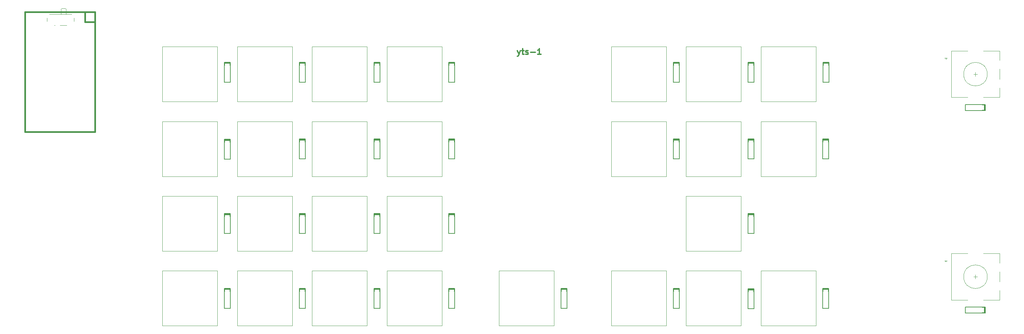
<source format=gto>
G04 #@! TF.GenerationSoftware,KiCad,Pcbnew,(6.0.7-1)-1*
G04 #@! TF.CreationDate,2022-10-11T23:10:25+02:00*
G04 #@! TF.ProjectId,yts-pcb,7974732d-7063-4622-9e6b-696361645f70,rev?*
G04 #@! TF.SameCoordinates,Original*
G04 #@! TF.FileFunction,Legend,Top*
G04 #@! TF.FilePolarity,Positive*
%FSLAX46Y46*%
G04 Gerber Fmt 4.6, Leading zero omitted, Abs format (unit mm)*
G04 Created by KiCad (PCBNEW (6.0.7-1)-1) date 2022-10-11 23:10:25*
%MOMM*%
%LPD*%
G01*
G04 APERTURE LIST*
%ADD10C,0.300000*%
%ADD11C,0.150000*%
%ADD12C,0.120000*%
%ADD13C,0.381000*%
%ADD14R,1.752600X1.752600*%
%ADD15C,1.752600*%
%ADD16C,1.700000*%
%ADD17C,4.000000*%
%ADD18C,2.200000*%
%ADD19O,3.200000X2.000000*%
%ADD20R,2.000000X2.000000*%
%ADD21C,2.000000*%
%ADD22C,4.400000*%
%ADD23O,10.000000X4.400000*%
%ADD24C,0.900000*%
%ADD25R,1.000000X0.800000*%
%ADD26R,0.700000X1.500000*%
%ADD27R,1.600000X1.200000*%
%ADD28R,1.600000X1.600000*%
%ADD29C,1.600000*%
%ADD30R,1.200000X1.600000*%
G04 APERTURE END LIST*
D10*
X195664285Y-100678571D02*
X196021428Y-101678571D01*
X196378571Y-100678571D02*
X196021428Y-101678571D01*
X195878571Y-102035714D01*
X195807142Y-102107142D01*
X195664285Y-102178571D01*
X196735714Y-100678571D02*
X197307142Y-100678571D01*
X196950000Y-100178571D02*
X196950000Y-101464285D01*
X197021428Y-101607142D01*
X197164285Y-101678571D01*
X197307142Y-101678571D01*
X197735714Y-101607142D02*
X197878571Y-101678571D01*
X198164285Y-101678571D01*
X198307142Y-101607142D01*
X198378571Y-101464285D01*
X198378571Y-101392857D01*
X198307142Y-101250000D01*
X198164285Y-101178571D01*
X197950000Y-101178571D01*
X197807142Y-101107142D01*
X197735714Y-100964285D01*
X197735714Y-100892857D01*
X197807142Y-100750000D01*
X197950000Y-100678571D01*
X198164285Y-100678571D01*
X198307142Y-100750000D01*
X199021428Y-101107142D02*
X200164285Y-101107142D01*
X201664285Y-101678571D02*
X200807142Y-101678571D01*
X201235714Y-101678571D02*
X201235714Y-100178571D01*
X201092857Y-100392857D01*
X200950000Y-100535714D01*
X200807142Y-100607142D01*
D11*
D12*
X143492958Y-132685000D02*
X143492958Y-118715000D01*
X157462958Y-118715000D02*
X157462958Y-132685000D01*
X143492958Y-118715000D02*
X157462958Y-118715000D01*
X157462958Y-132685000D02*
X143492958Y-132685000D01*
X119462958Y-118715000D02*
X119462958Y-132685000D01*
X105492958Y-118715000D02*
X119462958Y-118715000D01*
X119462958Y-132685000D02*
X105492958Y-132685000D01*
X105492958Y-132685000D02*
X105492958Y-118715000D01*
X314000000Y-152300000D02*
X318100000Y-152300000D01*
X318100000Y-164100000D02*
X314000000Y-164100000D01*
X318100000Y-161700000D02*
X318100000Y-164100000D01*
X310000000Y-164100000D02*
X305900000Y-164100000D01*
X304800000Y-154100000D02*
X304500000Y-154400000D01*
X304200000Y-154100000D02*
X304800000Y-154100000D01*
X318100000Y-152300000D02*
X318100000Y-154700000D01*
X304500000Y-154400000D02*
X304200000Y-154100000D01*
X312000000Y-157700000D02*
X312000000Y-158700000D01*
X311500000Y-158200000D02*
X312500000Y-158200000D01*
X318100000Y-156900000D02*
X318100000Y-159500000D01*
X310000000Y-152300000D02*
X305900000Y-152300000D01*
X305900000Y-152300000D02*
X305900000Y-164100000D01*
X315000000Y-158200000D02*
G75*
G03*
X315000000Y-158200000I-3000000J0D01*
G01*
X124492958Y-113685000D02*
X124492958Y-99715000D01*
X124492958Y-99715000D02*
X138462958Y-99715000D01*
X138462958Y-99715000D02*
X138462958Y-113685000D01*
X138462958Y-113685000D02*
X124492958Y-113685000D01*
X176462958Y-113685000D02*
X162492958Y-113685000D01*
X162492958Y-113685000D02*
X162492958Y-99715000D01*
X162492958Y-99715000D02*
X176462958Y-99715000D01*
X176462958Y-99715000D02*
X176462958Y-113685000D01*
X162492958Y-156715000D02*
X176462958Y-156715000D01*
X176462958Y-156715000D02*
X176462958Y-170685000D01*
X162492958Y-170685000D02*
X162492958Y-156715000D01*
X176462958Y-170685000D02*
X162492958Y-170685000D01*
X143492958Y-156715000D02*
X157462958Y-156715000D01*
X157462958Y-170685000D02*
X143492958Y-170685000D01*
X143492958Y-170685000D02*
X143492958Y-156715000D01*
X157462958Y-156715000D02*
X157462958Y-170685000D01*
X143492958Y-151685000D02*
X143492958Y-137715000D01*
X157462958Y-137715000D02*
X157462958Y-151685000D01*
X157462958Y-151685000D02*
X143492958Y-151685000D01*
X143492958Y-137715000D02*
X157462958Y-137715000D01*
X157462958Y-99715000D02*
X157462958Y-113685000D01*
X143492958Y-113685000D02*
X143492958Y-99715000D01*
X143492958Y-99715000D02*
X157462958Y-99715000D01*
X157462958Y-113685000D02*
X143492958Y-113685000D01*
X119462958Y-156715000D02*
X119462958Y-170685000D01*
X105492958Y-156715000D02*
X119462958Y-156715000D01*
X105492958Y-170685000D02*
X105492958Y-156715000D01*
X119462958Y-170685000D02*
X105492958Y-170685000D01*
X162492958Y-132685000D02*
X162492958Y-118715000D01*
X176462958Y-118715000D02*
X176462958Y-132685000D01*
X162492958Y-118715000D02*
X176462958Y-118715000D01*
X176462958Y-132685000D02*
X162492958Y-132685000D01*
X176462958Y-151685000D02*
X162492958Y-151685000D01*
X176462958Y-137715000D02*
X176462958Y-151685000D01*
X162492958Y-137715000D02*
X176462958Y-137715000D01*
X162492958Y-151685000D02*
X162492958Y-137715000D01*
X138462958Y-137715000D02*
X138462958Y-151685000D01*
X124492958Y-151685000D02*
X124492958Y-137715000D01*
X124492958Y-137715000D02*
X138462958Y-137715000D01*
X138462958Y-151685000D02*
X124492958Y-151685000D01*
X271462958Y-156715000D02*
X271462958Y-170685000D01*
X257492958Y-170685000D02*
X257492958Y-156715000D01*
X271462958Y-170685000D02*
X257492958Y-170685000D01*
X257492958Y-156715000D02*
X271462958Y-156715000D01*
X233462958Y-99715000D02*
X233462958Y-113685000D01*
X219492958Y-113685000D02*
X219492958Y-99715000D01*
X233462958Y-113685000D02*
X219492958Y-113685000D01*
X219492958Y-99715000D02*
X233462958Y-99715000D01*
X105492958Y-137715000D02*
X119462958Y-137715000D01*
X105492958Y-151685000D02*
X105492958Y-137715000D01*
X119462958Y-151685000D02*
X105492958Y-151685000D01*
X119462958Y-137715000D02*
X119462958Y-151685000D01*
X271462958Y-132685000D02*
X257492958Y-132685000D01*
X257492958Y-118715000D02*
X271462958Y-118715000D01*
X257492958Y-132685000D02*
X257492958Y-118715000D01*
X271462958Y-118715000D02*
X271462958Y-132685000D01*
X238492958Y-170685000D02*
X238492958Y-156715000D01*
X252462958Y-170685000D02*
X238492958Y-170685000D01*
X238492958Y-156715000D02*
X252462958Y-156715000D01*
X252462958Y-156715000D02*
X252462958Y-170685000D01*
X238492958Y-137715000D02*
X252462958Y-137715000D01*
X238492958Y-151685000D02*
X238492958Y-137715000D01*
X252462958Y-151685000D02*
X238492958Y-151685000D01*
X252462958Y-137715000D02*
X252462958Y-151685000D01*
X238492958Y-113685000D02*
X238492958Y-99715000D01*
X252462958Y-113685000D02*
X238492958Y-113685000D01*
X238492958Y-99715000D02*
X252462958Y-99715000D01*
X252462958Y-99715000D02*
X252462958Y-113685000D01*
X304200000Y-102600000D02*
X304800000Y-102600000D01*
X305900000Y-100800000D02*
X305900000Y-112600000D01*
X318100000Y-105400000D02*
X318100000Y-108000000D01*
X311500000Y-106700000D02*
X312500000Y-106700000D01*
X318100000Y-110200000D02*
X318100000Y-112600000D01*
X312000000Y-106200000D02*
X312000000Y-107200000D01*
X314000000Y-100800000D02*
X318100000Y-100800000D01*
X318100000Y-100800000D02*
X318100000Y-103200000D01*
X310000000Y-100800000D02*
X305900000Y-100800000D01*
X318100000Y-112600000D02*
X314000000Y-112600000D01*
X304800000Y-102600000D02*
X304500000Y-102900000D01*
X310000000Y-112600000D02*
X305900000Y-112600000D01*
X304500000Y-102900000D02*
X304200000Y-102600000D01*
X315000000Y-106700000D02*
G75*
G03*
X315000000Y-106700000I-3000000J0D01*
G01*
X271462958Y-99715000D02*
X271462958Y-113685000D01*
X271462958Y-113685000D02*
X257492958Y-113685000D01*
X257492958Y-113685000D02*
X257492958Y-99715000D01*
X257492958Y-99715000D02*
X271462958Y-99715000D01*
X204962958Y-170685000D02*
X190992958Y-170685000D01*
X204962958Y-156715000D02*
X204962958Y-170685000D01*
X190992958Y-170685000D02*
X190992958Y-156715000D01*
X190992958Y-156715000D02*
X204962958Y-156715000D01*
X124492958Y-156715000D02*
X138462958Y-156715000D01*
X138462958Y-156715000D02*
X138462958Y-170685000D01*
X124492958Y-170685000D02*
X124492958Y-156715000D01*
X138462958Y-170685000D02*
X124492958Y-170685000D01*
X138462958Y-132685000D02*
X124492958Y-132685000D01*
X124492958Y-132685000D02*
X124492958Y-118715000D01*
X124492958Y-118715000D02*
X138462958Y-118715000D01*
X138462958Y-118715000D02*
X138462958Y-132685000D01*
X219492958Y-118715000D02*
X233462958Y-118715000D01*
X219492958Y-132685000D02*
X219492958Y-118715000D01*
X233462958Y-132685000D02*
X219492958Y-132685000D01*
X233462958Y-118715000D02*
X233462958Y-132685000D01*
X119462958Y-99715000D02*
X119462958Y-113685000D01*
X119462958Y-113685000D02*
X105492958Y-113685000D01*
X105492958Y-99715000D02*
X119462958Y-99715000D01*
X105492958Y-113685000D02*
X105492958Y-99715000D01*
X252462958Y-118715000D02*
X252462958Y-132685000D01*
X238492958Y-118715000D02*
X252462958Y-118715000D01*
X252462958Y-132685000D02*
X238492958Y-132685000D01*
X238492958Y-132685000D02*
X238492958Y-118715000D01*
X83050000Y-93245000D02*
X83050000Y-92455000D01*
X81200000Y-94295000D02*
X79500000Y-94295000D01*
X82450000Y-91445000D02*
X76750000Y-91445000D01*
X81000000Y-91445000D02*
X81000000Y-90155000D01*
X76150000Y-92455000D02*
X76150000Y-93245000D01*
X80800000Y-89945000D02*
X79900000Y-89945000D01*
X79700000Y-90155000D02*
X79700000Y-91445000D01*
X78200000Y-94295000D02*
X78000000Y-94295000D01*
X81000000Y-90155000D02*
X80800000Y-89945000D01*
X79700000Y-90155000D02*
X79900000Y-89945000D01*
X219492958Y-170685000D02*
X219492958Y-156715000D01*
X233462958Y-170685000D02*
X219492958Y-170685000D01*
X233462958Y-156715000D02*
X233462958Y-170685000D01*
X219492958Y-156715000D02*
X233462958Y-156715000D01*
D11*
X314032000Y-115962000D02*
X314032000Y-114438000D01*
X314540000Y-115962000D02*
X309460000Y-115962000D01*
X309460000Y-115962000D02*
X309460000Y-114438000D01*
X314540000Y-114438000D02*
X314540000Y-115962000D01*
X314286000Y-115962000D02*
X314286000Y-114438000D01*
X314159000Y-114438000D02*
X314159000Y-115962000D01*
X313905000Y-114438000D02*
X313905000Y-115962000D01*
X313778000Y-114438000D02*
X313778000Y-115962000D01*
X309460000Y-114438000D02*
X314540000Y-114438000D01*
X314413000Y-114438000D02*
X314413000Y-115962000D01*
X235215958Y-161160000D02*
X236739958Y-161160000D01*
X236739958Y-161414000D02*
X235215958Y-161414000D01*
X235215958Y-166240000D02*
X235215958Y-161160000D01*
X236739958Y-166240000D02*
X235215958Y-166240000D01*
X235215958Y-161795000D02*
X236739958Y-161795000D01*
X235215958Y-161287000D02*
X236739958Y-161287000D01*
X236739958Y-161668000D02*
X235215958Y-161668000D01*
X236739958Y-161160000D02*
X236739958Y-166240000D01*
X235215958Y-161922000D02*
X236739958Y-161922000D01*
X235215958Y-161541000D02*
X236739958Y-161541000D01*
X140215958Y-161287000D02*
X141739958Y-161287000D01*
X140215958Y-161160000D02*
X141739958Y-161160000D01*
X140215958Y-161541000D02*
X141739958Y-161541000D01*
X141739958Y-161160000D02*
X141739958Y-166240000D01*
X141739958Y-161414000D02*
X140215958Y-161414000D01*
X141739958Y-161668000D02*
X140215958Y-161668000D01*
X140215958Y-161795000D02*
X141739958Y-161795000D01*
X141739958Y-166240000D02*
X140215958Y-166240000D01*
X140215958Y-166240000D02*
X140215958Y-161160000D01*
X140215958Y-161922000D02*
X141739958Y-161922000D01*
X178215958Y-147240000D02*
X178215958Y-142160000D01*
X179739958Y-142160000D02*
X179739958Y-147240000D01*
X179739958Y-147240000D02*
X178215958Y-147240000D01*
X178215958Y-142541000D02*
X179739958Y-142541000D01*
X179739958Y-142414000D02*
X178215958Y-142414000D01*
X178215958Y-142160000D02*
X179739958Y-142160000D01*
X178215958Y-142795000D02*
X179739958Y-142795000D01*
X178215958Y-142287000D02*
X179739958Y-142287000D01*
X179739958Y-142668000D02*
X178215958Y-142668000D01*
X178215958Y-142922000D02*
X179739958Y-142922000D01*
X121215958Y-108740000D02*
X121215958Y-103660000D01*
X121215958Y-104295000D02*
X122739958Y-104295000D01*
X122739958Y-108740000D02*
X121215958Y-108740000D01*
X121215958Y-103787000D02*
X122739958Y-103787000D01*
X121215958Y-104041000D02*
X122739958Y-104041000D01*
X122739958Y-104168000D02*
X121215958Y-104168000D01*
X122739958Y-103660000D02*
X122739958Y-108740000D01*
X121215958Y-103660000D02*
X122739958Y-103660000D01*
X121215958Y-104422000D02*
X122739958Y-104422000D01*
X122739958Y-103914000D02*
X121215958Y-103914000D01*
X160739958Y-147240000D02*
X159215958Y-147240000D01*
X160739958Y-142414000D02*
X159215958Y-142414000D01*
X159215958Y-142795000D02*
X160739958Y-142795000D01*
X159215958Y-147240000D02*
X159215958Y-142160000D01*
X159215958Y-142287000D02*
X160739958Y-142287000D01*
X160739958Y-142160000D02*
X160739958Y-147240000D01*
X159215958Y-142160000D02*
X160739958Y-142160000D01*
X160739958Y-142668000D02*
X159215958Y-142668000D01*
X159215958Y-142541000D02*
X160739958Y-142541000D01*
X159215958Y-142922000D02*
X160739958Y-142922000D01*
X274739958Y-123668000D02*
X273215958Y-123668000D01*
X273215958Y-123795000D02*
X274739958Y-123795000D01*
X274739958Y-123414000D02*
X273215958Y-123414000D01*
X273215958Y-128240000D02*
X273215958Y-123160000D01*
X274739958Y-128240000D02*
X273215958Y-128240000D01*
X273215958Y-123541000D02*
X274739958Y-123541000D01*
X273215958Y-123160000D02*
X274739958Y-123160000D01*
X274739958Y-123160000D02*
X274739958Y-128240000D01*
X273215958Y-123922000D02*
X274739958Y-123922000D01*
X273215958Y-123287000D02*
X274739958Y-123287000D01*
X122739958Y-142414000D02*
X121215958Y-142414000D01*
X122739958Y-142160000D02*
X122739958Y-147240000D01*
X121215958Y-142160000D02*
X122739958Y-142160000D01*
X121215958Y-142922000D02*
X122739958Y-142922000D01*
X122739958Y-142668000D02*
X121215958Y-142668000D01*
X122739958Y-147240000D02*
X121215958Y-147240000D01*
X121215958Y-142287000D02*
X122739958Y-142287000D01*
X121215958Y-142541000D02*
X122739958Y-142541000D01*
X121215958Y-147240000D02*
X121215958Y-142160000D01*
X121215958Y-142795000D02*
X122739958Y-142795000D01*
X236739958Y-104168000D02*
X235215958Y-104168000D01*
X235215958Y-104295000D02*
X236739958Y-104295000D01*
X235215958Y-108740000D02*
X235215958Y-103660000D01*
X235215958Y-104422000D02*
X236739958Y-104422000D01*
X236739958Y-103914000D02*
X235215958Y-103914000D01*
X236739958Y-103660000D02*
X236739958Y-108740000D01*
X235215958Y-103660000D02*
X236739958Y-103660000D01*
X236739958Y-108740000D02*
X235215958Y-108740000D01*
X235215958Y-104041000D02*
X236739958Y-104041000D01*
X235215958Y-103787000D02*
X236739958Y-103787000D01*
X178215958Y-104295000D02*
X179739958Y-104295000D01*
X178215958Y-104422000D02*
X179739958Y-104422000D01*
X178215958Y-104041000D02*
X179739958Y-104041000D01*
X179739958Y-108740000D02*
X178215958Y-108740000D01*
X179739958Y-104168000D02*
X178215958Y-104168000D01*
X178215958Y-108740000D02*
X178215958Y-103660000D01*
X178215958Y-103787000D02*
X179739958Y-103787000D01*
X179739958Y-103914000D02*
X178215958Y-103914000D01*
X179739958Y-103660000D02*
X179739958Y-108740000D01*
X178215958Y-103660000D02*
X179739958Y-103660000D01*
X309460000Y-165938000D02*
X314540000Y-165938000D01*
X314032000Y-167462000D02*
X314032000Y-165938000D01*
X313905000Y-165938000D02*
X313905000Y-167462000D01*
X314286000Y-167462000D02*
X314286000Y-165938000D01*
X314540000Y-165938000D02*
X314540000Y-167462000D01*
X314413000Y-165938000D02*
X314413000Y-167462000D01*
X314540000Y-167462000D02*
X309460000Y-167462000D01*
X313778000Y-165938000D02*
X313778000Y-167462000D01*
X314159000Y-165938000D02*
X314159000Y-167462000D01*
X309460000Y-167462000D02*
X309460000Y-165938000D01*
X254215958Y-142160000D02*
X255739958Y-142160000D01*
X254215958Y-147240000D02*
X254215958Y-142160000D01*
X254215958Y-142795000D02*
X255739958Y-142795000D01*
X254215958Y-142287000D02*
X255739958Y-142287000D01*
X255739958Y-142160000D02*
X255739958Y-147240000D01*
X255739958Y-142668000D02*
X254215958Y-142668000D01*
X255739958Y-142414000D02*
X254215958Y-142414000D01*
X254215958Y-142541000D02*
X255739958Y-142541000D01*
X254215958Y-142922000D02*
X255739958Y-142922000D01*
X255739958Y-147240000D02*
X254215958Y-147240000D01*
X140215958Y-123160000D02*
X141739958Y-123160000D01*
X141739958Y-123414000D02*
X140215958Y-123414000D01*
X141739958Y-128240000D02*
X140215958Y-128240000D01*
X140215958Y-123541000D02*
X141739958Y-123541000D01*
X141739958Y-123668000D02*
X140215958Y-123668000D01*
X140215958Y-123922000D02*
X141739958Y-123922000D01*
X140215958Y-123287000D02*
X141739958Y-123287000D01*
X141739958Y-123160000D02*
X141739958Y-128240000D01*
X140215958Y-128240000D02*
X140215958Y-123160000D01*
X140215958Y-123795000D02*
X141739958Y-123795000D01*
X160739958Y-166240000D02*
X159215958Y-166240000D01*
X160739958Y-161160000D02*
X160739958Y-166240000D01*
X159215958Y-161541000D02*
X160739958Y-161541000D01*
X159215958Y-161795000D02*
X160739958Y-161795000D01*
X160739958Y-161414000D02*
X159215958Y-161414000D01*
X160739958Y-161668000D02*
X159215958Y-161668000D01*
X159215958Y-161287000D02*
X160739958Y-161287000D01*
X159215958Y-161922000D02*
X160739958Y-161922000D01*
X159215958Y-161160000D02*
X160739958Y-161160000D01*
X159215958Y-166240000D02*
X159215958Y-161160000D01*
X121215958Y-166240000D02*
X121215958Y-161160000D01*
X121215958Y-161287000D02*
X122739958Y-161287000D01*
X121215958Y-161795000D02*
X122739958Y-161795000D01*
X121215958Y-161922000D02*
X122739958Y-161922000D01*
X122739958Y-166240000D02*
X121215958Y-166240000D01*
X122739958Y-161668000D02*
X121215958Y-161668000D01*
X121215958Y-161160000D02*
X122739958Y-161160000D01*
X121215958Y-161541000D02*
X122739958Y-161541000D01*
X122739958Y-161160000D02*
X122739958Y-166240000D01*
X122739958Y-161414000D02*
X121215958Y-161414000D01*
X274739958Y-161160000D02*
X274739958Y-166240000D01*
X273215958Y-161922000D02*
X274739958Y-161922000D01*
X273215958Y-161287000D02*
X274739958Y-161287000D01*
X273215958Y-161795000D02*
X274739958Y-161795000D01*
X273215958Y-161160000D02*
X274739958Y-161160000D01*
X274739958Y-161414000D02*
X273215958Y-161414000D01*
X273215958Y-161541000D02*
X274739958Y-161541000D01*
X274739958Y-166240000D02*
X273215958Y-166240000D01*
X273215958Y-166240000D02*
X273215958Y-161160000D01*
X274739958Y-161668000D02*
X273215958Y-161668000D01*
X178215958Y-161160000D02*
X179739958Y-161160000D01*
X179739958Y-166240000D02*
X178215958Y-166240000D01*
X178215958Y-161922000D02*
X179739958Y-161922000D01*
X179739958Y-161160000D02*
X179739958Y-166240000D01*
X178215958Y-161541000D02*
X179739958Y-161541000D01*
X179739958Y-161414000D02*
X178215958Y-161414000D01*
X178215958Y-166240000D02*
X178215958Y-161160000D01*
X178215958Y-161795000D02*
X179739958Y-161795000D01*
X178215958Y-161287000D02*
X179739958Y-161287000D01*
X179739958Y-161668000D02*
X178215958Y-161668000D01*
X141739958Y-147240000D02*
X140215958Y-147240000D01*
X140215958Y-147240000D02*
X140215958Y-142160000D01*
X140215958Y-142287000D02*
X141739958Y-142287000D01*
X140215958Y-142541000D02*
X141739958Y-142541000D01*
X140215958Y-142160000D02*
X141739958Y-142160000D01*
X141739958Y-142160000D02*
X141739958Y-147240000D01*
X140215958Y-142922000D02*
X141739958Y-142922000D01*
X141739958Y-142414000D02*
X140215958Y-142414000D01*
X140215958Y-142795000D02*
X141739958Y-142795000D01*
X141739958Y-142668000D02*
X140215958Y-142668000D01*
D13*
X88390000Y-121340000D02*
X70610000Y-121340000D01*
X85850000Y-93400000D02*
X88390000Y-93400000D01*
X88390000Y-90860000D02*
X88390000Y-121340000D01*
X70610000Y-121340000D02*
X70610000Y-90860000D01*
X70610000Y-90860000D02*
X88390000Y-90860000D01*
X85850000Y-90860000D02*
X85850000Y-93400000D01*
D11*
X254215958Y-103660000D02*
X255739958Y-103660000D01*
X255739958Y-103914000D02*
X254215958Y-103914000D01*
X254215958Y-104422000D02*
X255739958Y-104422000D01*
X255739958Y-103660000D02*
X255739958Y-108740000D01*
X255739958Y-104168000D02*
X254215958Y-104168000D01*
X254215958Y-104041000D02*
X255739958Y-104041000D01*
X254215958Y-108740000D02*
X254215958Y-103660000D01*
X254215958Y-104295000D02*
X255739958Y-104295000D01*
X255739958Y-108740000D02*
X254215958Y-108740000D01*
X254215958Y-103787000D02*
X255739958Y-103787000D01*
X235215958Y-123541000D02*
X236739958Y-123541000D01*
X235215958Y-123160000D02*
X236739958Y-123160000D01*
X235215958Y-123795000D02*
X236739958Y-123795000D01*
X235215958Y-128240000D02*
X235215958Y-123160000D01*
X236739958Y-123414000D02*
X235215958Y-123414000D01*
X236739958Y-123160000D02*
X236739958Y-128240000D01*
X236739958Y-128240000D02*
X235215958Y-128240000D01*
X235215958Y-123922000D02*
X236739958Y-123922000D01*
X236739958Y-123668000D02*
X235215958Y-123668000D01*
X235215958Y-123287000D02*
X236739958Y-123287000D01*
X122739958Y-123260000D02*
X122739958Y-128340000D01*
X121215958Y-123641000D02*
X122739958Y-123641000D01*
X122739958Y-123768000D02*
X121215958Y-123768000D01*
X122739958Y-123514000D02*
X121215958Y-123514000D01*
X122739958Y-128340000D02*
X121215958Y-128340000D01*
X121215958Y-128340000D02*
X121215958Y-123260000D01*
X121215958Y-123260000D02*
X122739958Y-123260000D01*
X121215958Y-123895000D02*
X122739958Y-123895000D01*
X121215958Y-123387000D02*
X122739958Y-123387000D01*
X121215958Y-124022000D02*
X122739958Y-124022000D01*
X159215958Y-104041000D02*
X160739958Y-104041000D01*
X159215958Y-103660000D02*
X160739958Y-103660000D01*
X160739958Y-103914000D02*
X159215958Y-103914000D01*
X160739958Y-108740000D02*
X159215958Y-108740000D01*
X160739958Y-103660000D02*
X160739958Y-108740000D01*
X159215958Y-103787000D02*
X160739958Y-103787000D01*
X160739958Y-104168000D02*
X159215958Y-104168000D01*
X159215958Y-104422000D02*
X160739958Y-104422000D01*
X159215958Y-104295000D02*
X160739958Y-104295000D01*
X159215958Y-108740000D02*
X159215958Y-103660000D01*
X273238000Y-108740000D02*
X273238000Y-103660000D01*
X274762000Y-108740000D02*
X273238000Y-108740000D01*
X274762000Y-104168000D02*
X273238000Y-104168000D01*
X273238000Y-104295000D02*
X274762000Y-104295000D01*
X273238000Y-104041000D02*
X274762000Y-104041000D01*
X273238000Y-104422000D02*
X274762000Y-104422000D01*
X273238000Y-103660000D02*
X274762000Y-103660000D01*
X273238000Y-103787000D02*
X274762000Y-103787000D01*
X274762000Y-103660000D02*
X274762000Y-108740000D01*
X274762000Y-103914000D02*
X273238000Y-103914000D01*
X206715958Y-161160000D02*
X208239958Y-161160000D01*
X206715958Y-161922000D02*
X208239958Y-161922000D01*
X208239958Y-161668000D02*
X206715958Y-161668000D01*
X206715958Y-161287000D02*
X208239958Y-161287000D01*
X206715958Y-166240000D02*
X206715958Y-161160000D01*
X208239958Y-166240000D02*
X206715958Y-166240000D01*
X208239958Y-161414000D02*
X206715958Y-161414000D01*
X208239958Y-161160000D02*
X208239958Y-166240000D01*
X206715958Y-161795000D02*
X208239958Y-161795000D01*
X206715958Y-161541000D02*
X208239958Y-161541000D01*
X178215958Y-128240000D02*
X178215958Y-123160000D01*
X179739958Y-123414000D02*
X178215958Y-123414000D01*
X179739958Y-128240000D02*
X178215958Y-128240000D01*
X178215958Y-123541000D02*
X179739958Y-123541000D01*
X178215958Y-123287000D02*
X179739958Y-123287000D01*
X178215958Y-123922000D02*
X179739958Y-123922000D01*
X179739958Y-123668000D02*
X178215958Y-123668000D01*
X178215958Y-123795000D02*
X179739958Y-123795000D01*
X178215958Y-123160000D02*
X179739958Y-123160000D01*
X179739958Y-123160000D02*
X179739958Y-128240000D01*
X160739958Y-123160000D02*
X160739958Y-128240000D01*
X160739958Y-123668000D02*
X159215958Y-123668000D01*
X160739958Y-123414000D02*
X159215958Y-123414000D01*
X159215958Y-123287000D02*
X160739958Y-123287000D01*
X159215958Y-123541000D02*
X160739958Y-123541000D01*
X159215958Y-123795000D02*
X160739958Y-123795000D01*
X159215958Y-128240000D02*
X159215958Y-123160000D01*
X159215958Y-123922000D02*
X160739958Y-123922000D01*
X159215958Y-123160000D02*
X160739958Y-123160000D01*
X160739958Y-128240000D02*
X159215958Y-128240000D01*
X254215958Y-161895000D02*
X255739958Y-161895000D01*
X254215958Y-161260000D02*
X255739958Y-161260000D01*
X255739958Y-166340000D02*
X254215958Y-166340000D01*
X255739958Y-161768000D02*
X254215958Y-161768000D01*
X255739958Y-161260000D02*
X255739958Y-166340000D01*
X254215958Y-162022000D02*
X255739958Y-162022000D01*
X254215958Y-161641000D02*
X255739958Y-161641000D01*
X255739958Y-161514000D02*
X254215958Y-161514000D01*
X254215958Y-166340000D02*
X254215958Y-161260000D01*
X254215958Y-161387000D02*
X255739958Y-161387000D01*
X255739958Y-123414000D02*
X254215958Y-123414000D01*
X254215958Y-123160000D02*
X255739958Y-123160000D01*
X255739958Y-123668000D02*
X254215958Y-123668000D01*
X254215958Y-123541000D02*
X255739958Y-123541000D01*
X254215958Y-128240000D02*
X254215958Y-123160000D01*
X255739958Y-123160000D02*
X255739958Y-128240000D01*
X255739958Y-128240000D02*
X254215958Y-128240000D01*
X254215958Y-123795000D02*
X255739958Y-123795000D01*
X254215958Y-123922000D02*
X255739958Y-123922000D01*
X254215958Y-123287000D02*
X255739958Y-123287000D01*
X140238000Y-104422000D02*
X141762000Y-104422000D01*
X140238000Y-108740000D02*
X140238000Y-103660000D01*
X141762000Y-108740000D02*
X140238000Y-108740000D01*
X140238000Y-103660000D02*
X141762000Y-103660000D01*
X141762000Y-103660000D02*
X141762000Y-108740000D01*
X140238000Y-104295000D02*
X141762000Y-104295000D01*
X140238000Y-104041000D02*
X141762000Y-104041000D01*
X140238000Y-103787000D02*
X141762000Y-103787000D01*
X141762000Y-103914000D02*
X140238000Y-103914000D01*
X141762000Y-104168000D02*
X140238000Y-104168000D01*
D14*
X87120000Y-92130000D03*
D15*
X87120000Y-94670000D03*
X87120000Y-97210000D03*
X87120000Y-99750000D03*
X87120000Y-102290000D03*
X87120000Y-104830000D03*
X87120000Y-107370000D03*
X87120000Y-109910000D03*
X87120000Y-112450000D03*
X87120000Y-114990000D03*
X87120000Y-117530000D03*
X87120000Y-120070000D03*
X71880000Y-120070000D03*
X71880000Y-117530000D03*
X71880000Y-114990000D03*
X71880000Y-112450000D03*
X71880000Y-109910000D03*
X71880000Y-107370000D03*
X71880000Y-104830000D03*
X71880000Y-102290000D03*
X71880000Y-99750000D03*
X71880000Y-97210000D03*
X71880000Y-94670000D03*
X71880000Y-92130000D03*
%LPC*%
D16*
X145397958Y-125700000D03*
D17*
X150477958Y-125700000D03*
D16*
X155557958Y-125700000D03*
D18*
X153017958Y-120620000D03*
X146667958Y-123160000D03*
D17*
X112477958Y-125700000D03*
D16*
X107397958Y-125700000D03*
X117557958Y-125700000D03*
D18*
X115017958Y-120620000D03*
X108667958Y-123160000D03*
D19*
X312000000Y-152600000D03*
X312000000Y-163800000D03*
D20*
X304500000Y-155700000D03*
D21*
X304500000Y-160700000D03*
X304500000Y-158200000D03*
X319000000Y-160700000D03*
X319000000Y-155700000D03*
D16*
X126397958Y-106700000D03*
D17*
X131477958Y-106700000D03*
D16*
X136557958Y-106700000D03*
D18*
X134017958Y-101620000D03*
X127667958Y-104160000D03*
D16*
X164397958Y-106700000D03*
D17*
X169477958Y-106700000D03*
D16*
X174557958Y-106700000D03*
D18*
X172017958Y-101620000D03*
X165667958Y-104160000D03*
D22*
X252500000Y-173500000D03*
X322047959Y-116202042D03*
D16*
X174557958Y-163700000D03*
X164397958Y-163700000D03*
D17*
X169477958Y-163700000D03*
D18*
X172017958Y-158620000D03*
X165667958Y-161160000D03*
D16*
X145397958Y-163700000D03*
X155557958Y-163700000D03*
D17*
X150477958Y-163700000D03*
D18*
X153017958Y-158620000D03*
X146667958Y-161160000D03*
D17*
X150477958Y-144700000D03*
D16*
X145397958Y-144700000D03*
X155557958Y-144700000D03*
D18*
X153017958Y-139620000D03*
X146667958Y-142160000D03*
D16*
X145397958Y-106700000D03*
D17*
X150477958Y-106700000D03*
D16*
X155557958Y-106700000D03*
D18*
X153017958Y-101620000D03*
X146667958Y-104160000D03*
D17*
X112477958Y-163700000D03*
D16*
X107397958Y-163700000D03*
X117557958Y-163700000D03*
D18*
X115017958Y-158620000D03*
X108667958Y-161160000D03*
D16*
X174557958Y-125700000D03*
D17*
X169477958Y-125700000D03*
D16*
X164397958Y-125700000D03*
D18*
X172017958Y-120620000D03*
X165667958Y-123160000D03*
D17*
X169477958Y-144700000D03*
D16*
X174557958Y-144700000D03*
X164397958Y-144700000D03*
D18*
X172017958Y-139620000D03*
X165667958Y-142160000D03*
D16*
X126397958Y-144700000D03*
D17*
X131477958Y-144700000D03*
D16*
X136557958Y-144700000D03*
D18*
X134017958Y-139620000D03*
X127667958Y-142160000D03*
D17*
X264477958Y-163700000D03*
D16*
X269557958Y-163700000D03*
X259397958Y-163700000D03*
D18*
X267017958Y-158620000D03*
X260667958Y-161160000D03*
D16*
X231557958Y-106700000D03*
D17*
X226477958Y-106700000D03*
D16*
X221397958Y-106700000D03*
D18*
X229017958Y-101620000D03*
X222667958Y-104160000D03*
D16*
X107397958Y-144700000D03*
X117557958Y-144700000D03*
D17*
X112477958Y-144700000D03*
D18*
X115017958Y-139620000D03*
X108667958Y-142160000D03*
D23*
X344100000Y-144802042D03*
X64900000Y-144800000D03*
D17*
X264477958Y-125700000D03*
D16*
X259397958Y-125700000D03*
X269557958Y-125700000D03*
D18*
X267017958Y-120620000D03*
X260667958Y-123160000D03*
D16*
X250557958Y-163700000D03*
X240397958Y-163700000D03*
D17*
X245477958Y-163700000D03*
D18*
X248017958Y-158620000D03*
X241667958Y-161160000D03*
D16*
X240397958Y-144700000D03*
X250557958Y-144700000D03*
D17*
X245477958Y-144700000D03*
D18*
X248017958Y-139620000D03*
X241667958Y-142160000D03*
D16*
X250557958Y-106700000D03*
D17*
X245477958Y-106700000D03*
D16*
X240397958Y-106700000D03*
D18*
X248017958Y-101620000D03*
X241667958Y-104160000D03*
D19*
X312000000Y-112300000D03*
X312000000Y-101100000D03*
D20*
X304500000Y-104200000D03*
D21*
X304500000Y-109200000D03*
X304500000Y-106700000D03*
X319000000Y-109200000D03*
X319000000Y-104200000D03*
D17*
X264477958Y-106700000D03*
D16*
X269557958Y-106700000D03*
X259397958Y-106700000D03*
D18*
X267017958Y-101620000D03*
X260667958Y-104160000D03*
D16*
X192897958Y-163700000D03*
D17*
X197977958Y-163700000D03*
D16*
X203057958Y-163700000D03*
D18*
X200517958Y-158620000D03*
X194167958Y-161160000D03*
D16*
X126397958Y-163700000D03*
D17*
X131477958Y-163700000D03*
D16*
X136557958Y-163700000D03*
D18*
X134017958Y-158620000D03*
X127667958Y-161160000D03*
D16*
X126397958Y-125700000D03*
D17*
X131477958Y-125700000D03*
D16*
X136557958Y-125700000D03*
D18*
X134017958Y-120620000D03*
X127667958Y-123160000D03*
D16*
X231557958Y-125700000D03*
X221397958Y-125700000D03*
D17*
X226477958Y-125700000D03*
D18*
X229017958Y-120620000D03*
X222667958Y-123160000D03*
D16*
X107397958Y-106700000D03*
D17*
X112477958Y-106700000D03*
D16*
X117557958Y-106700000D03*
D18*
X115017958Y-101620000D03*
X108667958Y-104160000D03*
D22*
X190200000Y-135200000D03*
D16*
X250557958Y-125700000D03*
D17*
X245477958Y-125700000D03*
D16*
X240397958Y-125700000D03*
D18*
X248017958Y-120620000D03*
X241667958Y-123160000D03*
D24*
X81100000Y-92845000D03*
D25*
X83250000Y-91745000D03*
D24*
X78100000Y-92845000D03*
D25*
X75950000Y-93955000D03*
X75950000Y-91745000D03*
X83250000Y-93955000D03*
D26*
X81850000Y-94605000D03*
X78850000Y-94605000D03*
X77350000Y-94605000D03*
D16*
X221397958Y-163700000D03*
X231557958Y-163700000D03*
D17*
X226477958Y-163700000D03*
D18*
X229017958Y-158620000D03*
X222667958Y-161160000D03*
D27*
X313400000Y-115200000D03*
D28*
X315900000Y-115200000D03*
D27*
X310600000Y-115200000D03*
D29*
X308100000Y-115200000D03*
D30*
X235977958Y-162300000D03*
D28*
X235977958Y-159800000D03*
D30*
X235977958Y-165100000D03*
D29*
X235977958Y-167600000D03*
D30*
X140977958Y-162300000D03*
D28*
X140977958Y-159800000D03*
D29*
X140977958Y-167600000D03*
D30*
X140977958Y-165100000D03*
D28*
X178977958Y-140800000D03*
D30*
X178977958Y-143300000D03*
D29*
X178977958Y-148600000D03*
D30*
X178977958Y-146100000D03*
X121977958Y-104800000D03*
D28*
X121977958Y-102300000D03*
D29*
X121977958Y-110100000D03*
D30*
X121977958Y-107600000D03*
D28*
X159977958Y-140800000D03*
D30*
X159977958Y-143300000D03*
D29*
X159977958Y-148600000D03*
D30*
X159977958Y-146100000D03*
X273977958Y-124300000D03*
D28*
X273977958Y-121800000D03*
D30*
X273977958Y-127100000D03*
D29*
X273977958Y-129600000D03*
D30*
X121977958Y-143300000D03*
D28*
X121977958Y-140800000D03*
D30*
X121977958Y-146100000D03*
D29*
X121977958Y-148600000D03*
D30*
X235977958Y-104800000D03*
D28*
X235977958Y-102300000D03*
D29*
X235977958Y-110100000D03*
D30*
X235977958Y-107600000D03*
X178977958Y-104800000D03*
D28*
X178977958Y-102300000D03*
D30*
X178977958Y-107600000D03*
D29*
X178977958Y-110100000D03*
D27*
X313400000Y-166700000D03*
D28*
X315900000Y-166700000D03*
D29*
X308100000Y-166700000D03*
D27*
X310600000Y-166700000D03*
D28*
X254977958Y-140800000D03*
D30*
X254977958Y-143300000D03*
D29*
X254977958Y-148600000D03*
D30*
X254977958Y-146100000D03*
D28*
X140977958Y-121800000D03*
D30*
X140977958Y-124300000D03*
X140977958Y-127100000D03*
D29*
X140977958Y-129600000D03*
D28*
X159977958Y-159800000D03*
D30*
X159977958Y-162300000D03*
D29*
X159977958Y-167600000D03*
D30*
X159977958Y-165100000D03*
X121977958Y-162300000D03*
D28*
X121977958Y-159800000D03*
D29*
X121977958Y-167600000D03*
D30*
X121977958Y-165100000D03*
D28*
X273977958Y-159800000D03*
D30*
X273977958Y-162300000D03*
D29*
X273977958Y-167600000D03*
D30*
X273977958Y-165100000D03*
D28*
X178977958Y-159800000D03*
D30*
X178977958Y-162300000D03*
X178977958Y-165100000D03*
D29*
X178977958Y-167600000D03*
D30*
X140977958Y-143300000D03*
D28*
X140977958Y-140800000D03*
D29*
X140977958Y-148600000D03*
D30*
X140977958Y-146100000D03*
D14*
X87120000Y-92130000D03*
D15*
X87120000Y-94670000D03*
X87120000Y-97210000D03*
X87120000Y-99750000D03*
X87120000Y-102290000D03*
X87120000Y-104830000D03*
X87120000Y-107370000D03*
X87120000Y-109910000D03*
X87120000Y-112450000D03*
X87120000Y-114990000D03*
X87120000Y-117530000D03*
X87120000Y-120070000D03*
X71880000Y-120070000D03*
X71880000Y-117530000D03*
X71880000Y-114990000D03*
X71880000Y-112450000D03*
X71880000Y-109910000D03*
X71880000Y-107370000D03*
X71880000Y-104830000D03*
X71880000Y-102290000D03*
X71880000Y-99750000D03*
X71880000Y-97210000D03*
X71880000Y-94670000D03*
X71880000Y-92130000D03*
D28*
X254977958Y-102300000D03*
D30*
X254977958Y-104800000D03*
D29*
X254977958Y-110100000D03*
D30*
X254977958Y-107600000D03*
D28*
X235977958Y-121800000D03*
D30*
X235977958Y-124300000D03*
D29*
X235977958Y-129600000D03*
D30*
X235977958Y-127100000D03*
X121977958Y-124400000D03*
D28*
X121977958Y-121900000D03*
D29*
X121977958Y-129700000D03*
D30*
X121977958Y-127200000D03*
X159977958Y-104800000D03*
D28*
X159977958Y-102300000D03*
D30*
X159977958Y-107600000D03*
D29*
X159977958Y-110100000D03*
D28*
X274000000Y-102300000D03*
D30*
X274000000Y-104800000D03*
D29*
X274000000Y-110100000D03*
D30*
X274000000Y-107600000D03*
X207477958Y-162300000D03*
D28*
X207477958Y-159800000D03*
D30*
X207477958Y-165100000D03*
D29*
X207477958Y-167600000D03*
D28*
X178977958Y-121800000D03*
D30*
X178977958Y-124300000D03*
D29*
X178977958Y-129600000D03*
D30*
X178977958Y-127100000D03*
X159977958Y-124300000D03*
D28*
X159977958Y-121800000D03*
D30*
X159977958Y-127100000D03*
D29*
X159977958Y-129600000D03*
D30*
X254977958Y-162400000D03*
D28*
X254977958Y-159900000D03*
D29*
X254977958Y-167700000D03*
D30*
X254977958Y-165200000D03*
X254977958Y-124300000D03*
D28*
X254977958Y-121800000D03*
D30*
X254977958Y-127100000D03*
D29*
X254977958Y-129600000D03*
D30*
X141000000Y-104800000D03*
D28*
X141000000Y-102300000D03*
D29*
X141000000Y-110100000D03*
D30*
X141000000Y-107600000D03*
M02*

</source>
